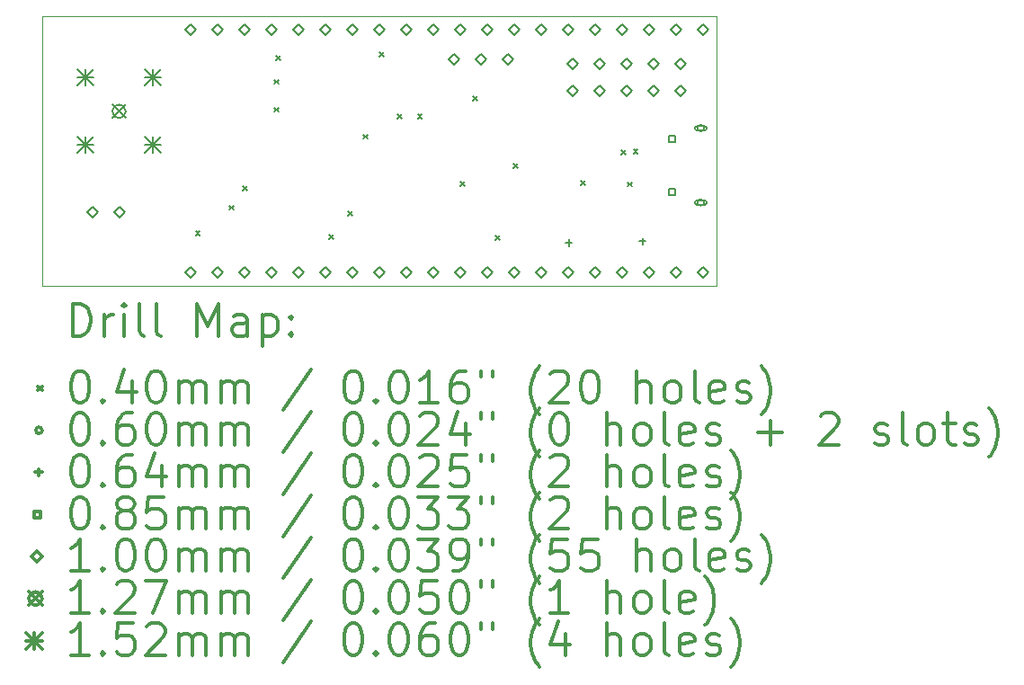
<source format=gbr>
%FSLAX45Y45*%
G04 Gerber Fmt 4.5, Leading zero omitted, Abs format (unit mm)*
G04 Created by KiCad (PCBNEW (5.1.5-0)) date 2020-02-13 07:58:38*
%MOMM*%
%LPD*%
G04 APERTURE LIST*
%TA.AperFunction,Profile*%
%ADD10C,0.050000*%
%TD*%
%ADD11C,0.200000*%
%ADD12C,0.300000*%
G04 APERTURE END LIST*
D10*
X14351000Y-5969000D02*
X14605000Y-5969000D01*
X14351000Y-8509000D02*
X14351000Y-5969000D01*
X14478000Y-8509000D02*
X14351000Y-8509000D01*
X14478000Y-5969000D02*
X20701000Y-5969000D01*
X20701000Y-8509000D02*
X14478000Y-8509000D01*
X20701000Y-5969000D02*
X20701000Y-8509000D01*
D11*
X15795013Y-7989171D02*
X15835013Y-8029171D01*
X15835013Y-7989171D02*
X15795013Y-8029171D01*
X16114080Y-7750368D02*
X16154080Y-7790368D01*
X16154080Y-7750368D02*
X16114080Y-7790368D01*
X16240064Y-7570536D02*
X16280064Y-7610536D01*
X16280064Y-7570536D02*
X16240064Y-7610536D01*
X16531910Y-6826570D02*
X16571910Y-6866570D01*
X16571910Y-6826570D02*
X16531910Y-6866570D01*
X16532848Y-6564242D02*
X16572848Y-6604242D01*
X16572848Y-6564242D02*
X16532848Y-6604242D01*
X16550960Y-6340160D02*
X16590960Y-6380160D01*
X16590960Y-6340160D02*
X16550960Y-6380160D01*
X17048800Y-8022910D02*
X17088800Y-8062910D01*
X17088800Y-8022910D02*
X17048800Y-8062910D01*
X17230410Y-7804470D02*
X17270410Y-7844470D01*
X17270410Y-7804470D02*
X17230410Y-7844470D01*
X17372396Y-7080824D02*
X17412396Y-7120824D01*
X17412396Y-7080824D02*
X17372396Y-7120824D01*
X17523272Y-6306378D02*
X17563272Y-6346378D01*
X17563272Y-6306378D02*
X17523272Y-6346378D01*
X17695484Y-6891340D02*
X17735484Y-6931340D01*
X17735484Y-6891340D02*
X17695484Y-6931340D01*
X17884968Y-6891340D02*
X17924968Y-6931340D01*
X17924968Y-6891340D02*
X17884968Y-6931340D01*
X18287812Y-7526340D02*
X18327812Y-7566340D01*
X18327812Y-7526340D02*
X18287812Y-7566340D01*
X18403636Y-6722684D02*
X18443636Y-6762684D01*
X18443636Y-6722684D02*
X18403636Y-6762684D01*
X18619028Y-8035864D02*
X18659028Y-8075864D01*
X18659028Y-8035864D02*
X18619028Y-8075864D01*
X18784890Y-7357430D02*
X18824890Y-7397430D01*
X18824890Y-7357430D02*
X18784890Y-7397430D01*
X19419890Y-7519990D02*
X19459890Y-7559990D01*
X19459890Y-7519990D02*
X19419890Y-7559990D01*
X19804700Y-7230176D02*
X19844700Y-7270176D01*
X19844700Y-7230176D02*
X19804700Y-7270176D01*
X19860580Y-7529642D02*
X19900580Y-7569642D01*
X19900580Y-7529642D02*
X19860580Y-7569642D01*
X19916460Y-7222048D02*
X19956460Y-7262048D01*
X19956460Y-7222048D02*
X19916460Y-7262048D01*
X20581140Y-7022164D02*
G75*
G03X20581140Y-7022164I-30000J0D01*
G01*
X20516140Y-7042164D02*
X20586140Y-7042164D01*
X20516140Y-7002164D02*
X20586140Y-7002164D01*
X20586140Y-7042164D02*
G75*
G03X20586140Y-7002164I0J20000D01*
G01*
X20516140Y-7002164D02*
G75*
G03X20516140Y-7042164I0J-20000D01*
G01*
X20581140Y-7722164D02*
G75*
G03X20581140Y-7722164I-30000J0D01*
G01*
X20586140Y-7702164D02*
X20516140Y-7702164D01*
X20586140Y-7742164D02*
X20516140Y-7742164D01*
X20516140Y-7702164D02*
G75*
G03X20516140Y-7742164I0J-20000D01*
G01*
X20586140Y-7742164D02*
G75*
G03X20586140Y-7702164I0J20000D01*
G01*
X20002500Y-8054340D02*
X20002500Y-8117840D01*
X19970750Y-8086090D02*
X20034250Y-8086090D01*
X19308064Y-8068564D02*
X19308064Y-8132064D01*
X19276314Y-8100314D02*
X19339814Y-8100314D01*
X20311192Y-7152216D02*
X20311192Y-7092112D01*
X20251088Y-7092112D01*
X20251088Y-7152216D01*
X20311192Y-7152216D01*
X20311192Y-7652216D02*
X20311192Y-7592112D01*
X20251088Y-7592112D01*
X20251088Y-7652216D01*
X20311192Y-7652216D01*
X14820900Y-7861770D02*
X14870900Y-7811770D01*
X14820900Y-7761770D01*
X14770900Y-7811770D01*
X14820900Y-7861770D01*
X15074900Y-7861770D02*
X15124900Y-7811770D01*
X15074900Y-7761770D01*
X15024900Y-7811770D01*
X15074900Y-7861770D01*
X15748000Y-6146000D02*
X15798000Y-6096000D01*
X15748000Y-6046000D01*
X15698000Y-6096000D01*
X15748000Y-6146000D01*
X16002000Y-6146000D02*
X16052000Y-6096000D01*
X16002000Y-6046000D01*
X15952000Y-6096000D01*
X16002000Y-6146000D01*
X16256000Y-6146000D02*
X16306000Y-6096000D01*
X16256000Y-6046000D01*
X16206000Y-6096000D01*
X16256000Y-6146000D01*
X16510000Y-6146000D02*
X16560000Y-6096000D01*
X16510000Y-6046000D01*
X16460000Y-6096000D01*
X16510000Y-6146000D01*
X16764000Y-6146000D02*
X16814000Y-6096000D01*
X16764000Y-6046000D01*
X16714000Y-6096000D01*
X16764000Y-6146000D01*
X17018000Y-6146000D02*
X17068000Y-6096000D01*
X17018000Y-6046000D01*
X16968000Y-6096000D01*
X17018000Y-6146000D01*
X17272000Y-6146000D02*
X17322000Y-6096000D01*
X17272000Y-6046000D01*
X17222000Y-6096000D01*
X17272000Y-6146000D01*
X17526000Y-6146000D02*
X17576000Y-6096000D01*
X17526000Y-6046000D01*
X17476000Y-6096000D01*
X17526000Y-6146000D01*
X17780000Y-6146000D02*
X17830000Y-6096000D01*
X17780000Y-6046000D01*
X17730000Y-6096000D01*
X17780000Y-6146000D01*
X18034000Y-6146000D02*
X18084000Y-6096000D01*
X18034000Y-6046000D01*
X17984000Y-6096000D01*
X18034000Y-6146000D01*
X18288000Y-6146000D02*
X18338000Y-6096000D01*
X18288000Y-6046000D01*
X18238000Y-6096000D01*
X18288000Y-6146000D01*
X18542000Y-6146000D02*
X18592000Y-6096000D01*
X18542000Y-6046000D01*
X18492000Y-6096000D01*
X18542000Y-6146000D01*
X18796000Y-6146000D02*
X18846000Y-6096000D01*
X18796000Y-6046000D01*
X18746000Y-6096000D01*
X18796000Y-6146000D01*
X19050000Y-6146000D02*
X19100000Y-6096000D01*
X19050000Y-6046000D01*
X19000000Y-6096000D01*
X19050000Y-6146000D01*
X19304000Y-6146000D02*
X19354000Y-6096000D01*
X19304000Y-6046000D01*
X19254000Y-6096000D01*
X19304000Y-6146000D01*
X19558000Y-6146000D02*
X19608000Y-6096000D01*
X19558000Y-6046000D01*
X19508000Y-6096000D01*
X19558000Y-6146000D01*
X19812000Y-6146000D02*
X19862000Y-6096000D01*
X19812000Y-6046000D01*
X19762000Y-6096000D01*
X19812000Y-6146000D01*
X20066000Y-6146000D02*
X20116000Y-6096000D01*
X20066000Y-6046000D01*
X20016000Y-6096000D01*
X20066000Y-6146000D01*
X20320000Y-6146000D02*
X20370000Y-6096000D01*
X20320000Y-6046000D01*
X20270000Y-6096000D01*
X20320000Y-6146000D01*
X20574000Y-6146000D02*
X20624000Y-6096000D01*
X20574000Y-6046000D01*
X20524000Y-6096000D01*
X20574000Y-6146000D01*
X19343370Y-6464770D02*
X19393370Y-6414770D01*
X19343370Y-6364770D01*
X19293370Y-6414770D01*
X19343370Y-6464770D01*
X19343370Y-6718770D02*
X19393370Y-6668770D01*
X19343370Y-6618770D01*
X19293370Y-6668770D01*
X19343370Y-6718770D01*
X19597370Y-6464770D02*
X19647370Y-6414770D01*
X19597370Y-6364770D01*
X19547370Y-6414770D01*
X19597370Y-6464770D01*
X19597370Y-6718770D02*
X19647370Y-6668770D01*
X19597370Y-6618770D01*
X19547370Y-6668770D01*
X19597370Y-6718770D01*
X19851370Y-6464770D02*
X19901370Y-6414770D01*
X19851370Y-6364770D01*
X19801370Y-6414770D01*
X19851370Y-6464770D01*
X19851370Y-6718770D02*
X19901370Y-6668770D01*
X19851370Y-6618770D01*
X19801370Y-6668770D01*
X19851370Y-6718770D01*
X20105370Y-6464770D02*
X20155370Y-6414770D01*
X20105370Y-6364770D01*
X20055370Y-6414770D01*
X20105370Y-6464770D01*
X20105370Y-6718770D02*
X20155370Y-6668770D01*
X20105370Y-6618770D01*
X20055370Y-6668770D01*
X20105370Y-6718770D01*
X20359370Y-6464770D02*
X20409370Y-6414770D01*
X20359370Y-6364770D01*
X20309370Y-6414770D01*
X20359370Y-6464770D01*
X20359370Y-6718770D02*
X20409370Y-6668770D01*
X20359370Y-6618770D01*
X20309370Y-6668770D01*
X20359370Y-6718770D01*
X18224500Y-6425400D02*
X18274500Y-6375400D01*
X18224500Y-6325400D01*
X18174500Y-6375400D01*
X18224500Y-6425400D01*
X18478500Y-6425400D02*
X18528500Y-6375400D01*
X18478500Y-6325400D01*
X18428500Y-6375400D01*
X18478500Y-6425400D01*
X18732500Y-6425400D02*
X18782500Y-6375400D01*
X18732500Y-6325400D01*
X18682500Y-6375400D01*
X18732500Y-6425400D01*
X15748000Y-8432000D02*
X15798000Y-8382000D01*
X15748000Y-8332000D01*
X15698000Y-8382000D01*
X15748000Y-8432000D01*
X16002000Y-8432000D02*
X16052000Y-8382000D01*
X16002000Y-8332000D01*
X15952000Y-8382000D01*
X16002000Y-8432000D01*
X16256000Y-8432000D02*
X16306000Y-8382000D01*
X16256000Y-8332000D01*
X16206000Y-8382000D01*
X16256000Y-8432000D01*
X16510000Y-8432000D02*
X16560000Y-8382000D01*
X16510000Y-8332000D01*
X16460000Y-8382000D01*
X16510000Y-8432000D01*
X16764000Y-8432000D02*
X16814000Y-8382000D01*
X16764000Y-8332000D01*
X16714000Y-8382000D01*
X16764000Y-8432000D01*
X17018000Y-8432000D02*
X17068000Y-8382000D01*
X17018000Y-8332000D01*
X16968000Y-8382000D01*
X17018000Y-8432000D01*
X17272000Y-8432000D02*
X17322000Y-8382000D01*
X17272000Y-8332000D01*
X17222000Y-8382000D01*
X17272000Y-8432000D01*
X17526000Y-8432000D02*
X17576000Y-8382000D01*
X17526000Y-8332000D01*
X17476000Y-8382000D01*
X17526000Y-8432000D01*
X17780000Y-8432000D02*
X17830000Y-8382000D01*
X17780000Y-8332000D01*
X17730000Y-8382000D01*
X17780000Y-8432000D01*
X18034000Y-8432000D02*
X18084000Y-8382000D01*
X18034000Y-8332000D01*
X17984000Y-8382000D01*
X18034000Y-8432000D01*
X18288000Y-8432000D02*
X18338000Y-8382000D01*
X18288000Y-8332000D01*
X18238000Y-8382000D01*
X18288000Y-8432000D01*
X18542000Y-8432000D02*
X18592000Y-8382000D01*
X18542000Y-8332000D01*
X18492000Y-8382000D01*
X18542000Y-8432000D01*
X18796000Y-8432000D02*
X18846000Y-8382000D01*
X18796000Y-8332000D01*
X18746000Y-8382000D01*
X18796000Y-8432000D01*
X19050000Y-8432000D02*
X19100000Y-8382000D01*
X19050000Y-8332000D01*
X19000000Y-8382000D01*
X19050000Y-8432000D01*
X19304000Y-8432000D02*
X19354000Y-8382000D01*
X19304000Y-8332000D01*
X19254000Y-8382000D01*
X19304000Y-8432000D01*
X19558000Y-8432000D02*
X19608000Y-8382000D01*
X19558000Y-8332000D01*
X19508000Y-8382000D01*
X19558000Y-8432000D01*
X19812000Y-8432000D02*
X19862000Y-8382000D01*
X19812000Y-8332000D01*
X19762000Y-8382000D01*
X19812000Y-8432000D01*
X20066000Y-8432000D02*
X20116000Y-8382000D01*
X20066000Y-8332000D01*
X20016000Y-8382000D01*
X20066000Y-8432000D01*
X20320000Y-8432000D02*
X20370000Y-8382000D01*
X20320000Y-8332000D01*
X20270000Y-8382000D01*
X20320000Y-8432000D01*
X20574000Y-8432000D02*
X20624000Y-8382000D01*
X20574000Y-8332000D01*
X20524000Y-8382000D01*
X20574000Y-8432000D01*
X15008860Y-6799580D02*
X15135860Y-6926580D01*
X15135860Y-6799580D02*
X15008860Y-6926580D01*
X15135860Y-6863080D02*
G75*
G03X15135860Y-6863080I-63500J0D01*
G01*
X14678660Y-6469380D02*
X14831060Y-6621780D01*
X14831060Y-6469380D02*
X14678660Y-6621780D01*
X14754860Y-6469380D02*
X14754860Y-6621780D01*
X14678660Y-6545580D02*
X14831060Y-6545580D01*
X14678660Y-7104380D02*
X14831060Y-7256780D01*
X14831060Y-7104380D02*
X14678660Y-7256780D01*
X14754860Y-7104380D02*
X14754860Y-7256780D01*
X14678660Y-7180580D02*
X14831060Y-7180580D01*
X15313660Y-6469380D02*
X15466060Y-6621780D01*
X15466060Y-6469380D02*
X15313660Y-6621780D01*
X15389860Y-6469380D02*
X15389860Y-6621780D01*
X15313660Y-6545580D02*
X15466060Y-6545580D01*
X15313660Y-7104380D02*
X15466060Y-7256780D01*
X15466060Y-7104380D02*
X15313660Y-7256780D01*
X15389860Y-7104380D02*
X15389860Y-7256780D01*
X15313660Y-7180580D02*
X15466060Y-7180580D01*
D12*
X14634928Y-8977214D02*
X14634928Y-8677214D01*
X14706357Y-8677214D01*
X14749214Y-8691500D01*
X14777786Y-8720072D01*
X14792071Y-8748643D01*
X14806357Y-8805786D01*
X14806357Y-8848643D01*
X14792071Y-8905786D01*
X14777786Y-8934357D01*
X14749214Y-8962929D01*
X14706357Y-8977214D01*
X14634928Y-8977214D01*
X14934928Y-8977214D02*
X14934928Y-8777214D01*
X14934928Y-8834357D02*
X14949214Y-8805786D01*
X14963500Y-8791500D01*
X14992071Y-8777214D01*
X15020643Y-8777214D01*
X15120643Y-8977214D02*
X15120643Y-8777214D01*
X15120643Y-8677214D02*
X15106357Y-8691500D01*
X15120643Y-8705786D01*
X15134928Y-8691500D01*
X15120643Y-8677214D01*
X15120643Y-8705786D01*
X15306357Y-8977214D02*
X15277786Y-8962929D01*
X15263500Y-8934357D01*
X15263500Y-8677214D01*
X15463500Y-8977214D02*
X15434928Y-8962929D01*
X15420643Y-8934357D01*
X15420643Y-8677214D01*
X15806357Y-8977214D02*
X15806357Y-8677214D01*
X15906357Y-8891500D01*
X16006357Y-8677214D01*
X16006357Y-8977214D01*
X16277786Y-8977214D02*
X16277786Y-8820072D01*
X16263500Y-8791500D01*
X16234928Y-8777214D01*
X16177786Y-8777214D01*
X16149214Y-8791500D01*
X16277786Y-8962929D02*
X16249214Y-8977214D01*
X16177786Y-8977214D01*
X16149214Y-8962929D01*
X16134928Y-8934357D01*
X16134928Y-8905786D01*
X16149214Y-8877214D01*
X16177786Y-8862929D01*
X16249214Y-8862929D01*
X16277786Y-8848643D01*
X16420643Y-8777214D02*
X16420643Y-9077214D01*
X16420643Y-8791500D02*
X16449214Y-8777214D01*
X16506357Y-8777214D01*
X16534928Y-8791500D01*
X16549214Y-8805786D01*
X16563500Y-8834357D01*
X16563500Y-8920072D01*
X16549214Y-8948643D01*
X16534928Y-8962929D01*
X16506357Y-8977214D01*
X16449214Y-8977214D01*
X16420643Y-8962929D01*
X16692071Y-8948643D02*
X16706357Y-8962929D01*
X16692071Y-8977214D01*
X16677786Y-8962929D01*
X16692071Y-8948643D01*
X16692071Y-8977214D01*
X16692071Y-8791500D02*
X16706357Y-8805786D01*
X16692071Y-8820072D01*
X16677786Y-8805786D01*
X16692071Y-8791500D01*
X16692071Y-8820072D01*
X14308500Y-9451500D02*
X14348500Y-9491500D01*
X14348500Y-9451500D02*
X14308500Y-9491500D01*
X14692071Y-9307214D02*
X14720643Y-9307214D01*
X14749214Y-9321500D01*
X14763500Y-9335786D01*
X14777786Y-9364357D01*
X14792071Y-9421500D01*
X14792071Y-9492929D01*
X14777786Y-9550072D01*
X14763500Y-9578643D01*
X14749214Y-9592929D01*
X14720643Y-9607214D01*
X14692071Y-9607214D01*
X14663500Y-9592929D01*
X14649214Y-9578643D01*
X14634928Y-9550072D01*
X14620643Y-9492929D01*
X14620643Y-9421500D01*
X14634928Y-9364357D01*
X14649214Y-9335786D01*
X14663500Y-9321500D01*
X14692071Y-9307214D01*
X14920643Y-9578643D02*
X14934928Y-9592929D01*
X14920643Y-9607214D01*
X14906357Y-9592929D01*
X14920643Y-9578643D01*
X14920643Y-9607214D01*
X15192071Y-9407214D02*
X15192071Y-9607214D01*
X15120643Y-9292929D02*
X15049214Y-9507214D01*
X15234928Y-9507214D01*
X15406357Y-9307214D02*
X15434928Y-9307214D01*
X15463500Y-9321500D01*
X15477786Y-9335786D01*
X15492071Y-9364357D01*
X15506357Y-9421500D01*
X15506357Y-9492929D01*
X15492071Y-9550072D01*
X15477786Y-9578643D01*
X15463500Y-9592929D01*
X15434928Y-9607214D01*
X15406357Y-9607214D01*
X15377786Y-9592929D01*
X15363500Y-9578643D01*
X15349214Y-9550072D01*
X15334928Y-9492929D01*
X15334928Y-9421500D01*
X15349214Y-9364357D01*
X15363500Y-9335786D01*
X15377786Y-9321500D01*
X15406357Y-9307214D01*
X15634928Y-9607214D02*
X15634928Y-9407214D01*
X15634928Y-9435786D02*
X15649214Y-9421500D01*
X15677786Y-9407214D01*
X15720643Y-9407214D01*
X15749214Y-9421500D01*
X15763500Y-9450072D01*
X15763500Y-9607214D01*
X15763500Y-9450072D02*
X15777786Y-9421500D01*
X15806357Y-9407214D01*
X15849214Y-9407214D01*
X15877786Y-9421500D01*
X15892071Y-9450072D01*
X15892071Y-9607214D01*
X16034928Y-9607214D02*
X16034928Y-9407214D01*
X16034928Y-9435786D02*
X16049214Y-9421500D01*
X16077786Y-9407214D01*
X16120643Y-9407214D01*
X16149214Y-9421500D01*
X16163500Y-9450072D01*
X16163500Y-9607214D01*
X16163500Y-9450072D02*
X16177786Y-9421500D01*
X16206357Y-9407214D01*
X16249214Y-9407214D01*
X16277786Y-9421500D01*
X16292071Y-9450072D01*
X16292071Y-9607214D01*
X16877786Y-9292929D02*
X16620643Y-9678643D01*
X17263500Y-9307214D02*
X17292071Y-9307214D01*
X17320643Y-9321500D01*
X17334928Y-9335786D01*
X17349214Y-9364357D01*
X17363500Y-9421500D01*
X17363500Y-9492929D01*
X17349214Y-9550072D01*
X17334928Y-9578643D01*
X17320643Y-9592929D01*
X17292071Y-9607214D01*
X17263500Y-9607214D01*
X17234928Y-9592929D01*
X17220643Y-9578643D01*
X17206357Y-9550072D01*
X17192071Y-9492929D01*
X17192071Y-9421500D01*
X17206357Y-9364357D01*
X17220643Y-9335786D01*
X17234928Y-9321500D01*
X17263500Y-9307214D01*
X17492071Y-9578643D02*
X17506357Y-9592929D01*
X17492071Y-9607214D01*
X17477786Y-9592929D01*
X17492071Y-9578643D01*
X17492071Y-9607214D01*
X17692071Y-9307214D02*
X17720643Y-9307214D01*
X17749214Y-9321500D01*
X17763500Y-9335786D01*
X17777786Y-9364357D01*
X17792071Y-9421500D01*
X17792071Y-9492929D01*
X17777786Y-9550072D01*
X17763500Y-9578643D01*
X17749214Y-9592929D01*
X17720643Y-9607214D01*
X17692071Y-9607214D01*
X17663500Y-9592929D01*
X17649214Y-9578643D01*
X17634928Y-9550072D01*
X17620643Y-9492929D01*
X17620643Y-9421500D01*
X17634928Y-9364357D01*
X17649214Y-9335786D01*
X17663500Y-9321500D01*
X17692071Y-9307214D01*
X18077786Y-9607214D02*
X17906357Y-9607214D01*
X17992071Y-9607214D02*
X17992071Y-9307214D01*
X17963500Y-9350072D01*
X17934928Y-9378643D01*
X17906357Y-9392929D01*
X18334928Y-9307214D02*
X18277786Y-9307214D01*
X18249214Y-9321500D01*
X18234928Y-9335786D01*
X18206357Y-9378643D01*
X18192071Y-9435786D01*
X18192071Y-9550072D01*
X18206357Y-9578643D01*
X18220643Y-9592929D01*
X18249214Y-9607214D01*
X18306357Y-9607214D01*
X18334928Y-9592929D01*
X18349214Y-9578643D01*
X18363500Y-9550072D01*
X18363500Y-9478643D01*
X18349214Y-9450072D01*
X18334928Y-9435786D01*
X18306357Y-9421500D01*
X18249214Y-9421500D01*
X18220643Y-9435786D01*
X18206357Y-9450072D01*
X18192071Y-9478643D01*
X18477786Y-9307214D02*
X18477786Y-9364357D01*
X18592071Y-9307214D02*
X18592071Y-9364357D01*
X19034928Y-9721500D02*
X19020643Y-9707214D01*
X18992071Y-9664357D01*
X18977786Y-9635786D01*
X18963500Y-9592929D01*
X18949214Y-9521500D01*
X18949214Y-9464357D01*
X18963500Y-9392929D01*
X18977786Y-9350072D01*
X18992071Y-9321500D01*
X19020643Y-9278643D01*
X19034928Y-9264357D01*
X19134928Y-9335786D02*
X19149214Y-9321500D01*
X19177786Y-9307214D01*
X19249214Y-9307214D01*
X19277786Y-9321500D01*
X19292071Y-9335786D01*
X19306357Y-9364357D01*
X19306357Y-9392929D01*
X19292071Y-9435786D01*
X19120643Y-9607214D01*
X19306357Y-9607214D01*
X19492071Y-9307214D02*
X19520643Y-9307214D01*
X19549214Y-9321500D01*
X19563500Y-9335786D01*
X19577786Y-9364357D01*
X19592071Y-9421500D01*
X19592071Y-9492929D01*
X19577786Y-9550072D01*
X19563500Y-9578643D01*
X19549214Y-9592929D01*
X19520643Y-9607214D01*
X19492071Y-9607214D01*
X19463500Y-9592929D01*
X19449214Y-9578643D01*
X19434928Y-9550072D01*
X19420643Y-9492929D01*
X19420643Y-9421500D01*
X19434928Y-9364357D01*
X19449214Y-9335786D01*
X19463500Y-9321500D01*
X19492071Y-9307214D01*
X19949214Y-9607214D02*
X19949214Y-9307214D01*
X20077786Y-9607214D02*
X20077786Y-9450072D01*
X20063500Y-9421500D01*
X20034928Y-9407214D01*
X19992071Y-9407214D01*
X19963500Y-9421500D01*
X19949214Y-9435786D01*
X20263500Y-9607214D02*
X20234928Y-9592929D01*
X20220643Y-9578643D01*
X20206357Y-9550072D01*
X20206357Y-9464357D01*
X20220643Y-9435786D01*
X20234928Y-9421500D01*
X20263500Y-9407214D01*
X20306357Y-9407214D01*
X20334928Y-9421500D01*
X20349214Y-9435786D01*
X20363500Y-9464357D01*
X20363500Y-9550072D01*
X20349214Y-9578643D01*
X20334928Y-9592929D01*
X20306357Y-9607214D01*
X20263500Y-9607214D01*
X20534928Y-9607214D02*
X20506357Y-9592929D01*
X20492071Y-9564357D01*
X20492071Y-9307214D01*
X20763500Y-9592929D02*
X20734928Y-9607214D01*
X20677786Y-9607214D01*
X20649214Y-9592929D01*
X20634928Y-9564357D01*
X20634928Y-9450072D01*
X20649214Y-9421500D01*
X20677786Y-9407214D01*
X20734928Y-9407214D01*
X20763500Y-9421500D01*
X20777786Y-9450072D01*
X20777786Y-9478643D01*
X20634928Y-9507214D01*
X20892071Y-9592929D02*
X20920643Y-9607214D01*
X20977786Y-9607214D01*
X21006357Y-9592929D01*
X21020643Y-9564357D01*
X21020643Y-9550072D01*
X21006357Y-9521500D01*
X20977786Y-9507214D01*
X20934928Y-9507214D01*
X20906357Y-9492929D01*
X20892071Y-9464357D01*
X20892071Y-9450072D01*
X20906357Y-9421500D01*
X20934928Y-9407214D01*
X20977786Y-9407214D01*
X21006357Y-9421500D01*
X21120643Y-9721500D02*
X21134928Y-9707214D01*
X21163500Y-9664357D01*
X21177786Y-9635786D01*
X21192071Y-9592929D01*
X21206357Y-9521500D01*
X21206357Y-9464357D01*
X21192071Y-9392929D01*
X21177786Y-9350072D01*
X21163500Y-9321500D01*
X21134928Y-9278643D01*
X21120643Y-9264357D01*
X14348500Y-9867500D02*
G75*
G03X14348500Y-9867500I-30000J0D01*
G01*
X14692071Y-9703214D02*
X14720643Y-9703214D01*
X14749214Y-9717500D01*
X14763500Y-9731786D01*
X14777786Y-9760357D01*
X14792071Y-9817500D01*
X14792071Y-9888929D01*
X14777786Y-9946072D01*
X14763500Y-9974643D01*
X14749214Y-9988929D01*
X14720643Y-10003214D01*
X14692071Y-10003214D01*
X14663500Y-9988929D01*
X14649214Y-9974643D01*
X14634928Y-9946072D01*
X14620643Y-9888929D01*
X14620643Y-9817500D01*
X14634928Y-9760357D01*
X14649214Y-9731786D01*
X14663500Y-9717500D01*
X14692071Y-9703214D01*
X14920643Y-9974643D02*
X14934928Y-9988929D01*
X14920643Y-10003214D01*
X14906357Y-9988929D01*
X14920643Y-9974643D01*
X14920643Y-10003214D01*
X15192071Y-9703214D02*
X15134928Y-9703214D01*
X15106357Y-9717500D01*
X15092071Y-9731786D01*
X15063500Y-9774643D01*
X15049214Y-9831786D01*
X15049214Y-9946072D01*
X15063500Y-9974643D01*
X15077786Y-9988929D01*
X15106357Y-10003214D01*
X15163500Y-10003214D01*
X15192071Y-9988929D01*
X15206357Y-9974643D01*
X15220643Y-9946072D01*
X15220643Y-9874643D01*
X15206357Y-9846072D01*
X15192071Y-9831786D01*
X15163500Y-9817500D01*
X15106357Y-9817500D01*
X15077786Y-9831786D01*
X15063500Y-9846072D01*
X15049214Y-9874643D01*
X15406357Y-9703214D02*
X15434928Y-9703214D01*
X15463500Y-9717500D01*
X15477786Y-9731786D01*
X15492071Y-9760357D01*
X15506357Y-9817500D01*
X15506357Y-9888929D01*
X15492071Y-9946072D01*
X15477786Y-9974643D01*
X15463500Y-9988929D01*
X15434928Y-10003214D01*
X15406357Y-10003214D01*
X15377786Y-9988929D01*
X15363500Y-9974643D01*
X15349214Y-9946072D01*
X15334928Y-9888929D01*
X15334928Y-9817500D01*
X15349214Y-9760357D01*
X15363500Y-9731786D01*
X15377786Y-9717500D01*
X15406357Y-9703214D01*
X15634928Y-10003214D02*
X15634928Y-9803214D01*
X15634928Y-9831786D02*
X15649214Y-9817500D01*
X15677786Y-9803214D01*
X15720643Y-9803214D01*
X15749214Y-9817500D01*
X15763500Y-9846072D01*
X15763500Y-10003214D01*
X15763500Y-9846072D02*
X15777786Y-9817500D01*
X15806357Y-9803214D01*
X15849214Y-9803214D01*
X15877786Y-9817500D01*
X15892071Y-9846072D01*
X15892071Y-10003214D01*
X16034928Y-10003214D02*
X16034928Y-9803214D01*
X16034928Y-9831786D02*
X16049214Y-9817500D01*
X16077786Y-9803214D01*
X16120643Y-9803214D01*
X16149214Y-9817500D01*
X16163500Y-9846072D01*
X16163500Y-10003214D01*
X16163500Y-9846072D02*
X16177786Y-9817500D01*
X16206357Y-9803214D01*
X16249214Y-9803214D01*
X16277786Y-9817500D01*
X16292071Y-9846072D01*
X16292071Y-10003214D01*
X16877786Y-9688929D02*
X16620643Y-10074643D01*
X17263500Y-9703214D02*
X17292071Y-9703214D01*
X17320643Y-9717500D01*
X17334928Y-9731786D01*
X17349214Y-9760357D01*
X17363500Y-9817500D01*
X17363500Y-9888929D01*
X17349214Y-9946072D01*
X17334928Y-9974643D01*
X17320643Y-9988929D01*
X17292071Y-10003214D01*
X17263500Y-10003214D01*
X17234928Y-9988929D01*
X17220643Y-9974643D01*
X17206357Y-9946072D01*
X17192071Y-9888929D01*
X17192071Y-9817500D01*
X17206357Y-9760357D01*
X17220643Y-9731786D01*
X17234928Y-9717500D01*
X17263500Y-9703214D01*
X17492071Y-9974643D02*
X17506357Y-9988929D01*
X17492071Y-10003214D01*
X17477786Y-9988929D01*
X17492071Y-9974643D01*
X17492071Y-10003214D01*
X17692071Y-9703214D02*
X17720643Y-9703214D01*
X17749214Y-9717500D01*
X17763500Y-9731786D01*
X17777786Y-9760357D01*
X17792071Y-9817500D01*
X17792071Y-9888929D01*
X17777786Y-9946072D01*
X17763500Y-9974643D01*
X17749214Y-9988929D01*
X17720643Y-10003214D01*
X17692071Y-10003214D01*
X17663500Y-9988929D01*
X17649214Y-9974643D01*
X17634928Y-9946072D01*
X17620643Y-9888929D01*
X17620643Y-9817500D01*
X17634928Y-9760357D01*
X17649214Y-9731786D01*
X17663500Y-9717500D01*
X17692071Y-9703214D01*
X17906357Y-9731786D02*
X17920643Y-9717500D01*
X17949214Y-9703214D01*
X18020643Y-9703214D01*
X18049214Y-9717500D01*
X18063500Y-9731786D01*
X18077786Y-9760357D01*
X18077786Y-9788929D01*
X18063500Y-9831786D01*
X17892071Y-10003214D01*
X18077786Y-10003214D01*
X18334928Y-9803214D02*
X18334928Y-10003214D01*
X18263500Y-9688929D02*
X18192071Y-9903214D01*
X18377786Y-9903214D01*
X18477786Y-9703214D02*
X18477786Y-9760357D01*
X18592071Y-9703214D02*
X18592071Y-9760357D01*
X19034928Y-10117500D02*
X19020643Y-10103214D01*
X18992071Y-10060357D01*
X18977786Y-10031786D01*
X18963500Y-9988929D01*
X18949214Y-9917500D01*
X18949214Y-9860357D01*
X18963500Y-9788929D01*
X18977786Y-9746072D01*
X18992071Y-9717500D01*
X19020643Y-9674643D01*
X19034928Y-9660357D01*
X19206357Y-9703214D02*
X19234928Y-9703214D01*
X19263500Y-9717500D01*
X19277786Y-9731786D01*
X19292071Y-9760357D01*
X19306357Y-9817500D01*
X19306357Y-9888929D01*
X19292071Y-9946072D01*
X19277786Y-9974643D01*
X19263500Y-9988929D01*
X19234928Y-10003214D01*
X19206357Y-10003214D01*
X19177786Y-9988929D01*
X19163500Y-9974643D01*
X19149214Y-9946072D01*
X19134928Y-9888929D01*
X19134928Y-9817500D01*
X19149214Y-9760357D01*
X19163500Y-9731786D01*
X19177786Y-9717500D01*
X19206357Y-9703214D01*
X19663500Y-10003214D02*
X19663500Y-9703214D01*
X19792071Y-10003214D02*
X19792071Y-9846072D01*
X19777786Y-9817500D01*
X19749214Y-9803214D01*
X19706357Y-9803214D01*
X19677786Y-9817500D01*
X19663500Y-9831786D01*
X19977786Y-10003214D02*
X19949214Y-9988929D01*
X19934928Y-9974643D01*
X19920643Y-9946072D01*
X19920643Y-9860357D01*
X19934928Y-9831786D01*
X19949214Y-9817500D01*
X19977786Y-9803214D01*
X20020643Y-9803214D01*
X20049214Y-9817500D01*
X20063500Y-9831786D01*
X20077786Y-9860357D01*
X20077786Y-9946072D01*
X20063500Y-9974643D01*
X20049214Y-9988929D01*
X20020643Y-10003214D01*
X19977786Y-10003214D01*
X20249214Y-10003214D02*
X20220643Y-9988929D01*
X20206357Y-9960357D01*
X20206357Y-9703214D01*
X20477786Y-9988929D02*
X20449214Y-10003214D01*
X20392071Y-10003214D01*
X20363500Y-9988929D01*
X20349214Y-9960357D01*
X20349214Y-9846072D01*
X20363500Y-9817500D01*
X20392071Y-9803214D01*
X20449214Y-9803214D01*
X20477786Y-9817500D01*
X20492071Y-9846072D01*
X20492071Y-9874643D01*
X20349214Y-9903214D01*
X20606357Y-9988929D02*
X20634928Y-10003214D01*
X20692071Y-10003214D01*
X20720643Y-9988929D01*
X20734928Y-9960357D01*
X20734928Y-9946072D01*
X20720643Y-9917500D01*
X20692071Y-9903214D01*
X20649214Y-9903214D01*
X20620643Y-9888929D01*
X20606357Y-9860357D01*
X20606357Y-9846072D01*
X20620643Y-9817500D01*
X20649214Y-9803214D01*
X20692071Y-9803214D01*
X20720643Y-9817500D01*
X21092071Y-9888929D02*
X21320643Y-9888929D01*
X21206357Y-10003214D02*
X21206357Y-9774643D01*
X21677786Y-9731786D02*
X21692071Y-9717500D01*
X21720643Y-9703214D01*
X21792071Y-9703214D01*
X21820643Y-9717500D01*
X21834928Y-9731786D01*
X21849214Y-9760357D01*
X21849214Y-9788929D01*
X21834928Y-9831786D01*
X21663500Y-10003214D01*
X21849214Y-10003214D01*
X22192071Y-9988929D02*
X22220643Y-10003214D01*
X22277786Y-10003214D01*
X22306357Y-9988929D01*
X22320643Y-9960357D01*
X22320643Y-9946072D01*
X22306357Y-9917500D01*
X22277786Y-9903214D01*
X22234928Y-9903214D01*
X22206357Y-9888929D01*
X22192071Y-9860357D01*
X22192071Y-9846072D01*
X22206357Y-9817500D01*
X22234928Y-9803214D01*
X22277786Y-9803214D01*
X22306357Y-9817500D01*
X22492071Y-10003214D02*
X22463500Y-9988929D01*
X22449214Y-9960357D01*
X22449214Y-9703214D01*
X22649214Y-10003214D02*
X22620643Y-9988929D01*
X22606357Y-9974643D01*
X22592071Y-9946072D01*
X22592071Y-9860357D01*
X22606357Y-9831786D01*
X22620643Y-9817500D01*
X22649214Y-9803214D01*
X22692071Y-9803214D01*
X22720643Y-9817500D01*
X22734928Y-9831786D01*
X22749214Y-9860357D01*
X22749214Y-9946072D01*
X22734928Y-9974643D01*
X22720643Y-9988929D01*
X22692071Y-10003214D01*
X22649214Y-10003214D01*
X22834928Y-9803214D02*
X22949214Y-9803214D01*
X22877786Y-9703214D02*
X22877786Y-9960357D01*
X22892071Y-9988929D01*
X22920643Y-10003214D01*
X22949214Y-10003214D01*
X23034928Y-9988929D02*
X23063500Y-10003214D01*
X23120643Y-10003214D01*
X23149214Y-9988929D01*
X23163500Y-9960357D01*
X23163500Y-9946072D01*
X23149214Y-9917500D01*
X23120643Y-9903214D01*
X23077786Y-9903214D01*
X23049214Y-9888929D01*
X23034928Y-9860357D01*
X23034928Y-9846072D01*
X23049214Y-9817500D01*
X23077786Y-9803214D01*
X23120643Y-9803214D01*
X23149214Y-9817500D01*
X23263500Y-10117500D02*
X23277786Y-10103214D01*
X23306357Y-10060357D01*
X23320643Y-10031786D01*
X23334928Y-9988929D01*
X23349214Y-9917500D01*
X23349214Y-9860357D01*
X23334928Y-9788929D01*
X23320643Y-9746072D01*
X23306357Y-9717500D01*
X23277786Y-9674643D01*
X23263500Y-9660357D01*
X14316750Y-10231750D02*
X14316750Y-10295250D01*
X14285000Y-10263500D02*
X14348500Y-10263500D01*
X14692071Y-10099214D02*
X14720643Y-10099214D01*
X14749214Y-10113500D01*
X14763500Y-10127786D01*
X14777786Y-10156357D01*
X14792071Y-10213500D01*
X14792071Y-10284929D01*
X14777786Y-10342072D01*
X14763500Y-10370643D01*
X14749214Y-10384929D01*
X14720643Y-10399214D01*
X14692071Y-10399214D01*
X14663500Y-10384929D01*
X14649214Y-10370643D01*
X14634928Y-10342072D01*
X14620643Y-10284929D01*
X14620643Y-10213500D01*
X14634928Y-10156357D01*
X14649214Y-10127786D01*
X14663500Y-10113500D01*
X14692071Y-10099214D01*
X14920643Y-10370643D02*
X14934928Y-10384929D01*
X14920643Y-10399214D01*
X14906357Y-10384929D01*
X14920643Y-10370643D01*
X14920643Y-10399214D01*
X15192071Y-10099214D02*
X15134928Y-10099214D01*
X15106357Y-10113500D01*
X15092071Y-10127786D01*
X15063500Y-10170643D01*
X15049214Y-10227786D01*
X15049214Y-10342072D01*
X15063500Y-10370643D01*
X15077786Y-10384929D01*
X15106357Y-10399214D01*
X15163500Y-10399214D01*
X15192071Y-10384929D01*
X15206357Y-10370643D01*
X15220643Y-10342072D01*
X15220643Y-10270643D01*
X15206357Y-10242072D01*
X15192071Y-10227786D01*
X15163500Y-10213500D01*
X15106357Y-10213500D01*
X15077786Y-10227786D01*
X15063500Y-10242072D01*
X15049214Y-10270643D01*
X15477786Y-10199214D02*
X15477786Y-10399214D01*
X15406357Y-10084929D02*
X15334928Y-10299214D01*
X15520643Y-10299214D01*
X15634928Y-10399214D02*
X15634928Y-10199214D01*
X15634928Y-10227786D02*
X15649214Y-10213500D01*
X15677786Y-10199214D01*
X15720643Y-10199214D01*
X15749214Y-10213500D01*
X15763500Y-10242072D01*
X15763500Y-10399214D01*
X15763500Y-10242072D02*
X15777786Y-10213500D01*
X15806357Y-10199214D01*
X15849214Y-10199214D01*
X15877786Y-10213500D01*
X15892071Y-10242072D01*
X15892071Y-10399214D01*
X16034928Y-10399214D02*
X16034928Y-10199214D01*
X16034928Y-10227786D02*
X16049214Y-10213500D01*
X16077786Y-10199214D01*
X16120643Y-10199214D01*
X16149214Y-10213500D01*
X16163500Y-10242072D01*
X16163500Y-10399214D01*
X16163500Y-10242072D02*
X16177786Y-10213500D01*
X16206357Y-10199214D01*
X16249214Y-10199214D01*
X16277786Y-10213500D01*
X16292071Y-10242072D01*
X16292071Y-10399214D01*
X16877786Y-10084929D02*
X16620643Y-10470643D01*
X17263500Y-10099214D02*
X17292071Y-10099214D01*
X17320643Y-10113500D01*
X17334928Y-10127786D01*
X17349214Y-10156357D01*
X17363500Y-10213500D01*
X17363500Y-10284929D01*
X17349214Y-10342072D01*
X17334928Y-10370643D01*
X17320643Y-10384929D01*
X17292071Y-10399214D01*
X17263500Y-10399214D01*
X17234928Y-10384929D01*
X17220643Y-10370643D01*
X17206357Y-10342072D01*
X17192071Y-10284929D01*
X17192071Y-10213500D01*
X17206357Y-10156357D01*
X17220643Y-10127786D01*
X17234928Y-10113500D01*
X17263500Y-10099214D01*
X17492071Y-10370643D02*
X17506357Y-10384929D01*
X17492071Y-10399214D01*
X17477786Y-10384929D01*
X17492071Y-10370643D01*
X17492071Y-10399214D01*
X17692071Y-10099214D02*
X17720643Y-10099214D01*
X17749214Y-10113500D01*
X17763500Y-10127786D01*
X17777786Y-10156357D01*
X17792071Y-10213500D01*
X17792071Y-10284929D01*
X17777786Y-10342072D01*
X17763500Y-10370643D01*
X17749214Y-10384929D01*
X17720643Y-10399214D01*
X17692071Y-10399214D01*
X17663500Y-10384929D01*
X17649214Y-10370643D01*
X17634928Y-10342072D01*
X17620643Y-10284929D01*
X17620643Y-10213500D01*
X17634928Y-10156357D01*
X17649214Y-10127786D01*
X17663500Y-10113500D01*
X17692071Y-10099214D01*
X17906357Y-10127786D02*
X17920643Y-10113500D01*
X17949214Y-10099214D01*
X18020643Y-10099214D01*
X18049214Y-10113500D01*
X18063500Y-10127786D01*
X18077786Y-10156357D01*
X18077786Y-10184929D01*
X18063500Y-10227786D01*
X17892071Y-10399214D01*
X18077786Y-10399214D01*
X18349214Y-10099214D02*
X18206357Y-10099214D01*
X18192071Y-10242072D01*
X18206357Y-10227786D01*
X18234928Y-10213500D01*
X18306357Y-10213500D01*
X18334928Y-10227786D01*
X18349214Y-10242072D01*
X18363500Y-10270643D01*
X18363500Y-10342072D01*
X18349214Y-10370643D01*
X18334928Y-10384929D01*
X18306357Y-10399214D01*
X18234928Y-10399214D01*
X18206357Y-10384929D01*
X18192071Y-10370643D01*
X18477786Y-10099214D02*
X18477786Y-10156357D01*
X18592071Y-10099214D02*
X18592071Y-10156357D01*
X19034928Y-10513500D02*
X19020643Y-10499214D01*
X18992071Y-10456357D01*
X18977786Y-10427786D01*
X18963500Y-10384929D01*
X18949214Y-10313500D01*
X18949214Y-10256357D01*
X18963500Y-10184929D01*
X18977786Y-10142072D01*
X18992071Y-10113500D01*
X19020643Y-10070643D01*
X19034928Y-10056357D01*
X19134928Y-10127786D02*
X19149214Y-10113500D01*
X19177786Y-10099214D01*
X19249214Y-10099214D01*
X19277786Y-10113500D01*
X19292071Y-10127786D01*
X19306357Y-10156357D01*
X19306357Y-10184929D01*
X19292071Y-10227786D01*
X19120643Y-10399214D01*
X19306357Y-10399214D01*
X19663500Y-10399214D02*
X19663500Y-10099214D01*
X19792071Y-10399214D02*
X19792071Y-10242072D01*
X19777786Y-10213500D01*
X19749214Y-10199214D01*
X19706357Y-10199214D01*
X19677786Y-10213500D01*
X19663500Y-10227786D01*
X19977786Y-10399214D02*
X19949214Y-10384929D01*
X19934928Y-10370643D01*
X19920643Y-10342072D01*
X19920643Y-10256357D01*
X19934928Y-10227786D01*
X19949214Y-10213500D01*
X19977786Y-10199214D01*
X20020643Y-10199214D01*
X20049214Y-10213500D01*
X20063500Y-10227786D01*
X20077786Y-10256357D01*
X20077786Y-10342072D01*
X20063500Y-10370643D01*
X20049214Y-10384929D01*
X20020643Y-10399214D01*
X19977786Y-10399214D01*
X20249214Y-10399214D02*
X20220643Y-10384929D01*
X20206357Y-10356357D01*
X20206357Y-10099214D01*
X20477786Y-10384929D02*
X20449214Y-10399214D01*
X20392071Y-10399214D01*
X20363500Y-10384929D01*
X20349214Y-10356357D01*
X20349214Y-10242072D01*
X20363500Y-10213500D01*
X20392071Y-10199214D01*
X20449214Y-10199214D01*
X20477786Y-10213500D01*
X20492071Y-10242072D01*
X20492071Y-10270643D01*
X20349214Y-10299214D01*
X20606357Y-10384929D02*
X20634928Y-10399214D01*
X20692071Y-10399214D01*
X20720643Y-10384929D01*
X20734928Y-10356357D01*
X20734928Y-10342072D01*
X20720643Y-10313500D01*
X20692071Y-10299214D01*
X20649214Y-10299214D01*
X20620643Y-10284929D01*
X20606357Y-10256357D01*
X20606357Y-10242072D01*
X20620643Y-10213500D01*
X20649214Y-10199214D01*
X20692071Y-10199214D01*
X20720643Y-10213500D01*
X20834928Y-10513500D02*
X20849214Y-10499214D01*
X20877786Y-10456357D01*
X20892071Y-10427786D01*
X20906357Y-10384929D01*
X20920643Y-10313500D01*
X20920643Y-10256357D01*
X20906357Y-10184929D01*
X20892071Y-10142072D01*
X20877786Y-10113500D01*
X20849214Y-10070643D01*
X20834928Y-10056357D01*
X14336052Y-10689552D02*
X14336052Y-10629448D01*
X14275948Y-10629448D01*
X14275948Y-10689552D01*
X14336052Y-10689552D01*
X14692071Y-10495214D02*
X14720643Y-10495214D01*
X14749214Y-10509500D01*
X14763500Y-10523786D01*
X14777786Y-10552357D01*
X14792071Y-10609500D01*
X14792071Y-10680929D01*
X14777786Y-10738072D01*
X14763500Y-10766643D01*
X14749214Y-10780929D01*
X14720643Y-10795214D01*
X14692071Y-10795214D01*
X14663500Y-10780929D01*
X14649214Y-10766643D01*
X14634928Y-10738072D01*
X14620643Y-10680929D01*
X14620643Y-10609500D01*
X14634928Y-10552357D01*
X14649214Y-10523786D01*
X14663500Y-10509500D01*
X14692071Y-10495214D01*
X14920643Y-10766643D02*
X14934928Y-10780929D01*
X14920643Y-10795214D01*
X14906357Y-10780929D01*
X14920643Y-10766643D01*
X14920643Y-10795214D01*
X15106357Y-10623786D02*
X15077786Y-10609500D01*
X15063500Y-10595214D01*
X15049214Y-10566643D01*
X15049214Y-10552357D01*
X15063500Y-10523786D01*
X15077786Y-10509500D01*
X15106357Y-10495214D01*
X15163500Y-10495214D01*
X15192071Y-10509500D01*
X15206357Y-10523786D01*
X15220643Y-10552357D01*
X15220643Y-10566643D01*
X15206357Y-10595214D01*
X15192071Y-10609500D01*
X15163500Y-10623786D01*
X15106357Y-10623786D01*
X15077786Y-10638072D01*
X15063500Y-10652357D01*
X15049214Y-10680929D01*
X15049214Y-10738072D01*
X15063500Y-10766643D01*
X15077786Y-10780929D01*
X15106357Y-10795214D01*
X15163500Y-10795214D01*
X15192071Y-10780929D01*
X15206357Y-10766643D01*
X15220643Y-10738072D01*
X15220643Y-10680929D01*
X15206357Y-10652357D01*
X15192071Y-10638072D01*
X15163500Y-10623786D01*
X15492071Y-10495214D02*
X15349214Y-10495214D01*
X15334928Y-10638072D01*
X15349214Y-10623786D01*
X15377786Y-10609500D01*
X15449214Y-10609500D01*
X15477786Y-10623786D01*
X15492071Y-10638072D01*
X15506357Y-10666643D01*
X15506357Y-10738072D01*
X15492071Y-10766643D01*
X15477786Y-10780929D01*
X15449214Y-10795214D01*
X15377786Y-10795214D01*
X15349214Y-10780929D01*
X15334928Y-10766643D01*
X15634928Y-10795214D02*
X15634928Y-10595214D01*
X15634928Y-10623786D02*
X15649214Y-10609500D01*
X15677786Y-10595214D01*
X15720643Y-10595214D01*
X15749214Y-10609500D01*
X15763500Y-10638072D01*
X15763500Y-10795214D01*
X15763500Y-10638072D02*
X15777786Y-10609500D01*
X15806357Y-10595214D01*
X15849214Y-10595214D01*
X15877786Y-10609500D01*
X15892071Y-10638072D01*
X15892071Y-10795214D01*
X16034928Y-10795214D02*
X16034928Y-10595214D01*
X16034928Y-10623786D02*
X16049214Y-10609500D01*
X16077786Y-10595214D01*
X16120643Y-10595214D01*
X16149214Y-10609500D01*
X16163500Y-10638072D01*
X16163500Y-10795214D01*
X16163500Y-10638072D02*
X16177786Y-10609500D01*
X16206357Y-10595214D01*
X16249214Y-10595214D01*
X16277786Y-10609500D01*
X16292071Y-10638072D01*
X16292071Y-10795214D01*
X16877786Y-10480929D02*
X16620643Y-10866643D01*
X17263500Y-10495214D02*
X17292071Y-10495214D01*
X17320643Y-10509500D01*
X17334928Y-10523786D01*
X17349214Y-10552357D01*
X17363500Y-10609500D01*
X17363500Y-10680929D01*
X17349214Y-10738072D01*
X17334928Y-10766643D01*
X17320643Y-10780929D01*
X17292071Y-10795214D01*
X17263500Y-10795214D01*
X17234928Y-10780929D01*
X17220643Y-10766643D01*
X17206357Y-10738072D01*
X17192071Y-10680929D01*
X17192071Y-10609500D01*
X17206357Y-10552357D01*
X17220643Y-10523786D01*
X17234928Y-10509500D01*
X17263500Y-10495214D01*
X17492071Y-10766643D02*
X17506357Y-10780929D01*
X17492071Y-10795214D01*
X17477786Y-10780929D01*
X17492071Y-10766643D01*
X17492071Y-10795214D01*
X17692071Y-10495214D02*
X17720643Y-10495214D01*
X17749214Y-10509500D01*
X17763500Y-10523786D01*
X17777786Y-10552357D01*
X17792071Y-10609500D01*
X17792071Y-10680929D01*
X17777786Y-10738072D01*
X17763500Y-10766643D01*
X17749214Y-10780929D01*
X17720643Y-10795214D01*
X17692071Y-10795214D01*
X17663500Y-10780929D01*
X17649214Y-10766643D01*
X17634928Y-10738072D01*
X17620643Y-10680929D01*
X17620643Y-10609500D01*
X17634928Y-10552357D01*
X17649214Y-10523786D01*
X17663500Y-10509500D01*
X17692071Y-10495214D01*
X17892071Y-10495214D02*
X18077786Y-10495214D01*
X17977786Y-10609500D01*
X18020643Y-10609500D01*
X18049214Y-10623786D01*
X18063500Y-10638072D01*
X18077786Y-10666643D01*
X18077786Y-10738072D01*
X18063500Y-10766643D01*
X18049214Y-10780929D01*
X18020643Y-10795214D01*
X17934928Y-10795214D01*
X17906357Y-10780929D01*
X17892071Y-10766643D01*
X18177786Y-10495214D02*
X18363500Y-10495214D01*
X18263500Y-10609500D01*
X18306357Y-10609500D01*
X18334928Y-10623786D01*
X18349214Y-10638072D01*
X18363500Y-10666643D01*
X18363500Y-10738072D01*
X18349214Y-10766643D01*
X18334928Y-10780929D01*
X18306357Y-10795214D01*
X18220643Y-10795214D01*
X18192071Y-10780929D01*
X18177786Y-10766643D01*
X18477786Y-10495214D02*
X18477786Y-10552357D01*
X18592071Y-10495214D02*
X18592071Y-10552357D01*
X19034928Y-10909500D02*
X19020643Y-10895214D01*
X18992071Y-10852357D01*
X18977786Y-10823786D01*
X18963500Y-10780929D01*
X18949214Y-10709500D01*
X18949214Y-10652357D01*
X18963500Y-10580929D01*
X18977786Y-10538072D01*
X18992071Y-10509500D01*
X19020643Y-10466643D01*
X19034928Y-10452357D01*
X19134928Y-10523786D02*
X19149214Y-10509500D01*
X19177786Y-10495214D01*
X19249214Y-10495214D01*
X19277786Y-10509500D01*
X19292071Y-10523786D01*
X19306357Y-10552357D01*
X19306357Y-10580929D01*
X19292071Y-10623786D01*
X19120643Y-10795214D01*
X19306357Y-10795214D01*
X19663500Y-10795214D02*
X19663500Y-10495214D01*
X19792071Y-10795214D02*
X19792071Y-10638072D01*
X19777786Y-10609500D01*
X19749214Y-10595214D01*
X19706357Y-10595214D01*
X19677786Y-10609500D01*
X19663500Y-10623786D01*
X19977786Y-10795214D02*
X19949214Y-10780929D01*
X19934928Y-10766643D01*
X19920643Y-10738072D01*
X19920643Y-10652357D01*
X19934928Y-10623786D01*
X19949214Y-10609500D01*
X19977786Y-10595214D01*
X20020643Y-10595214D01*
X20049214Y-10609500D01*
X20063500Y-10623786D01*
X20077786Y-10652357D01*
X20077786Y-10738072D01*
X20063500Y-10766643D01*
X20049214Y-10780929D01*
X20020643Y-10795214D01*
X19977786Y-10795214D01*
X20249214Y-10795214D02*
X20220643Y-10780929D01*
X20206357Y-10752357D01*
X20206357Y-10495214D01*
X20477786Y-10780929D02*
X20449214Y-10795214D01*
X20392071Y-10795214D01*
X20363500Y-10780929D01*
X20349214Y-10752357D01*
X20349214Y-10638072D01*
X20363500Y-10609500D01*
X20392071Y-10595214D01*
X20449214Y-10595214D01*
X20477786Y-10609500D01*
X20492071Y-10638072D01*
X20492071Y-10666643D01*
X20349214Y-10695214D01*
X20606357Y-10780929D02*
X20634928Y-10795214D01*
X20692071Y-10795214D01*
X20720643Y-10780929D01*
X20734928Y-10752357D01*
X20734928Y-10738072D01*
X20720643Y-10709500D01*
X20692071Y-10695214D01*
X20649214Y-10695214D01*
X20620643Y-10680929D01*
X20606357Y-10652357D01*
X20606357Y-10638072D01*
X20620643Y-10609500D01*
X20649214Y-10595214D01*
X20692071Y-10595214D01*
X20720643Y-10609500D01*
X20834928Y-10909500D02*
X20849214Y-10895214D01*
X20877786Y-10852357D01*
X20892071Y-10823786D01*
X20906357Y-10780929D01*
X20920643Y-10709500D01*
X20920643Y-10652357D01*
X20906357Y-10580929D01*
X20892071Y-10538072D01*
X20877786Y-10509500D01*
X20849214Y-10466643D01*
X20834928Y-10452357D01*
X14298500Y-11105500D02*
X14348500Y-11055500D01*
X14298500Y-11005500D01*
X14248500Y-11055500D01*
X14298500Y-11105500D01*
X14792071Y-11191214D02*
X14620643Y-11191214D01*
X14706357Y-11191214D02*
X14706357Y-10891214D01*
X14677786Y-10934072D01*
X14649214Y-10962643D01*
X14620643Y-10976929D01*
X14920643Y-11162643D02*
X14934928Y-11176929D01*
X14920643Y-11191214D01*
X14906357Y-11176929D01*
X14920643Y-11162643D01*
X14920643Y-11191214D01*
X15120643Y-10891214D02*
X15149214Y-10891214D01*
X15177786Y-10905500D01*
X15192071Y-10919786D01*
X15206357Y-10948357D01*
X15220643Y-11005500D01*
X15220643Y-11076929D01*
X15206357Y-11134072D01*
X15192071Y-11162643D01*
X15177786Y-11176929D01*
X15149214Y-11191214D01*
X15120643Y-11191214D01*
X15092071Y-11176929D01*
X15077786Y-11162643D01*
X15063500Y-11134072D01*
X15049214Y-11076929D01*
X15049214Y-11005500D01*
X15063500Y-10948357D01*
X15077786Y-10919786D01*
X15092071Y-10905500D01*
X15120643Y-10891214D01*
X15406357Y-10891214D02*
X15434928Y-10891214D01*
X15463500Y-10905500D01*
X15477786Y-10919786D01*
X15492071Y-10948357D01*
X15506357Y-11005500D01*
X15506357Y-11076929D01*
X15492071Y-11134072D01*
X15477786Y-11162643D01*
X15463500Y-11176929D01*
X15434928Y-11191214D01*
X15406357Y-11191214D01*
X15377786Y-11176929D01*
X15363500Y-11162643D01*
X15349214Y-11134072D01*
X15334928Y-11076929D01*
X15334928Y-11005500D01*
X15349214Y-10948357D01*
X15363500Y-10919786D01*
X15377786Y-10905500D01*
X15406357Y-10891214D01*
X15634928Y-11191214D02*
X15634928Y-10991214D01*
X15634928Y-11019786D02*
X15649214Y-11005500D01*
X15677786Y-10991214D01*
X15720643Y-10991214D01*
X15749214Y-11005500D01*
X15763500Y-11034072D01*
X15763500Y-11191214D01*
X15763500Y-11034072D02*
X15777786Y-11005500D01*
X15806357Y-10991214D01*
X15849214Y-10991214D01*
X15877786Y-11005500D01*
X15892071Y-11034072D01*
X15892071Y-11191214D01*
X16034928Y-11191214D02*
X16034928Y-10991214D01*
X16034928Y-11019786D02*
X16049214Y-11005500D01*
X16077786Y-10991214D01*
X16120643Y-10991214D01*
X16149214Y-11005500D01*
X16163500Y-11034072D01*
X16163500Y-11191214D01*
X16163500Y-11034072D02*
X16177786Y-11005500D01*
X16206357Y-10991214D01*
X16249214Y-10991214D01*
X16277786Y-11005500D01*
X16292071Y-11034072D01*
X16292071Y-11191214D01*
X16877786Y-10876929D02*
X16620643Y-11262643D01*
X17263500Y-10891214D02*
X17292071Y-10891214D01*
X17320643Y-10905500D01*
X17334928Y-10919786D01*
X17349214Y-10948357D01*
X17363500Y-11005500D01*
X17363500Y-11076929D01*
X17349214Y-11134072D01*
X17334928Y-11162643D01*
X17320643Y-11176929D01*
X17292071Y-11191214D01*
X17263500Y-11191214D01*
X17234928Y-11176929D01*
X17220643Y-11162643D01*
X17206357Y-11134072D01*
X17192071Y-11076929D01*
X17192071Y-11005500D01*
X17206357Y-10948357D01*
X17220643Y-10919786D01*
X17234928Y-10905500D01*
X17263500Y-10891214D01*
X17492071Y-11162643D02*
X17506357Y-11176929D01*
X17492071Y-11191214D01*
X17477786Y-11176929D01*
X17492071Y-11162643D01*
X17492071Y-11191214D01*
X17692071Y-10891214D02*
X17720643Y-10891214D01*
X17749214Y-10905500D01*
X17763500Y-10919786D01*
X17777786Y-10948357D01*
X17792071Y-11005500D01*
X17792071Y-11076929D01*
X17777786Y-11134072D01*
X17763500Y-11162643D01*
X17749214Y-11176929D01*
X17720643Y-11191214D01*
X17692071Y-11191214D01*
X17663500Y-11176929D01*
X17649214Y-11162643D01*
X17634928Y-11134072D01*
X17620643Y-11076929D01*
X17620643Y-11005500D01*
X17634928Y-10948357D01*
X17649214Y-10919786D01*
X17663500Y-10905500D01*
X17692071Y-10891214D01*
X17892071Y-10891214D02*
X18077786Y-10891214D01*
X17977786Y-11005500D01*
X18020643Y-11005500D01*
X18049214Y-11019786D01*
X18063500Y-11034072D01*
X18077786Y-11062643D01*
X18077786Y-11134072D01*
X18063500Y-11162643D01*
X18049214Y-11176929D01*
X18020643Y-11191214D01*
X17934928Y-11191214D01*
X17906357Y-11176929D01*
X17892071Y-11162643D01*
X18220643Y-11191214D02*
X18277786Y-11191214D01*
X18306357Y-11176929D01*
X18320643Y-11162643D01*
X18349214Y-11119786D01*
X18363500Y-11062643D01*
X18363500Y-10948357D01*
X18349214Y-10919786D01*
X18334928Y-10905500D01*
X18306357Y-10891214D01*
X18249214Y-10891214D01*
X18220643Y-10905500D01*
X18206357Y-10919786D01*
X18192071Y-10948357D01*
X18192071Y-11019786D01*
X18206357Y-11048357D01*
X18220643Y-11062643D01*
X18249214Y-11076929D01*
X18306357Y-11076929D01*
X18334928Y-11062643D01*
X18349214Y-11048357D01*
X18363500Y-11019786D01*
X18477786Y-10891214D02*
X18477786Y-10948357D01*
X18592071Y-10891214D02*
X18592071Y-10948357D01*
X19034928Y-11305500D02*
X19020643Y-11291214D01*
X18992071Y-11248357D01*
X18977786Y-11219786D01*
X18963500Y-11176929D01*
X18949214Y-11105500D01*
X18949214Y-11048357D01*
X18963500Y-10976929D01*
X18977786Y-10934072D01*
X18992071Y-10905500D01*
X19020643Y-10862643D01*
X19034928Y-10848357D01*
X19292071Y-10891214D02*
X19149214Y-10891214D01*
X19134928Y-11034072D01*
X19149214Y-11019786D01*
X19177786Y-11005500D01*
X19249214Y-11005500D01*
X19277786Y-11019786D01*
X19292071Y-11034072D01*
X19306357Y-11062643D01*
X19306357Y-11134072D01*
X19292071Y-11162643D01*
X19277786Y-11176929D01*
X19249214Y-11191214D01*
X19177786Y-11191214D01*
X19149214Y-11176929D01*
X19134928Y-11162643D01*
X19577786Y-10891214D02*
X19434928Y-10891214D01*
X19420643Y-11034072D01*
X19434928Y-11019786D01*
X19463500Y-11005500D01*
X19534928Y-11005500D01*
X19563500Y-11019786D01*
X19577786Y-11034072D01*
X19592071Y-11062643D01*
X19592071Y-11134072D01*
X19577786Y-11162643D01*
X19563500Y-11176929D01*
X19534928Y-11191214D01*
X19463500Y-11191214D01*
X19434928Y-11176929D01*
X19420643Y-11162643D01*
X19949214Y-11191214D02*
X19949214Y-10891214D01*
X20077786Y-11191214D02*
X20077786Y-11034072D01*
X20063500Y-11005500D01*
X20034928Y-10991214D01*
X19992071Y-10991214D01*
X19963500Y-11005500D01*
X19949214Y-11019786D01*
X20263500Y-11191214D02*
X20234928Y-11176929D01*
X20220643Y-11162643D01*
X20206357Y-11134072D01*
X20206357Y-11048357D01*
X20220643Y-11019786D01*
X20234928Y-11005500D01*
X20263500Y-10991214D01*
X20306357Y-10991214D01*
X20334928Y-11005500D01*
X20349214Y-11019786D01*
X20363500Y-11048357D01*
X20363500Y-11134072D01*
X20349214Y-11162643D01*
X20334928Y-11176929D01*
X20306357Y-11191214D01*
X20263500Y-11191214D01*
X20534928Y-11191214D02*
X20506357Y-11176929D01*
X20492071Y-11148357D01*
X20492071Y-10891214D01*
X20763500Y-11176929D02*
X20734928Y-11191214D01*
X20677786Y-11191214D01*
X20649214Y-11176929D01*
X20634928Y-11148357D01*
X20634928Y-11034072D01*
X20649214Y-11005500D01*
X20677786Y-10991214D01*
X20734928Y-10991214D01*
X20763500Y-11005500D01*
X20777786Y-11034072D01*
X20777786Y-11062643D01*
X20634928Y-11091214D01*
X20892071Y-11176929D02*
X20920643Y-11191214D01*
X20977786Y-11191214D01*
X21006357Y-11176929D01*
X21020643Y-11148357D01*
X21020643Y-11134072D01*
X21006357Y-11105500D01*
X20977786Y-11091214D01*
X20934928Y-11091214D01*
X20906357Y-11076929D01*
X20892071Y-11048357D01*
X20892071Y-11034072D01*
X20906357Y-11005500D01*
X20934928Y-10991214D01*
X20977786Y-10991214D01*
X21006357Y-11005500D01*
X21120643Y-11305500D02*
X21134928Y-11291214D01*
X21163500Y-11248357D01*
X21177786Y-11219786D01*
X21192071Y-11176929D01*
X21206357Y-11105500D01*
X21206357Y-11048357D01*
X21192071Y-10976929D01*
X21177786Y-10934072D01*
X21163500Y-10905500D01*
X21134928Y-10862643D01*
X21120643Y-10848357D01*
X14221500Y-11388000D02*
X14348500Y-11515000D01*
X14348500Y-11388000D02*
X14221500Y-11515000D01*
X14348500Y-11451500D02*
G75*
G03X14348500Y-11451500I-63500J0D01*
G01*
X14792071Y-11587214D02*
X14620643Y-11587214D01*
X14706357Y-11587214D02*
X14706357Y-11287214D01*
X14677786Y-11330071D01*
X14649214Y-11358643D01*
X14620643Y-11372929D01*
X14920643Y-11558643D02*
X14934928Y-11572929D01*
X14920643Y-11587214D01*
X14906357Y-11572929D01*
X14920643Y-11558643D01*
X14920643Y-11587214D01*
X15049214Y-11315786D02*
X15063500Y-11301500D01*
X15092071Y-11287214D01*
X15163500Y-11287214D01*
X15192071Y-11301500D01*
X15206357Y-11315786D01*
X15220643Y-11344357D01*
X15220643Y-11372929D01*
X15206357Y-11415786D01*
X15034928Y-11587214D01*
X15220643Y-11587214D01*
X15320643Y-11287214D02*
X15520643Y-11287214D01*
X15392071Y-11587214D01*
X15634928Y-11587214D02*
X15634928Y-11387214D01*
X15634928Y-11415786D02*
X15649214Y-11401500D01*
X15677786Y-11387214D01*
X15720643Y-11387214D01*
X15749214Y-11401500D01*
X15763500Y-11430071D01*
X15763500Y-11587214D01*
X15763500Y-11430071D02*
X15777786Y-11401500D01*
X15806357Y-11387214D01*
X15849214Y-11387214D01*
X15877786Y-11401500D01*
X15892071Y-11430071D01*
X15892071Y-11587214D01*
X16034928Y-11587214D02*
X16034928Y-11387214D01*
X16034928Y-11415786D02*
X16049214Y-11401500D01*
X16077786Y-11387214D01*
X16120643Y-11387214D01*
X16149214Y-11401500D01*
X16163500Y-11430071D01*
X16163500Y-11587214D01*
X16163500Y-11430071D02*
X16177786Y-11401500D01*
X16206357Y-11387214D01*
X16249214Y-11387214D01*
X16277786Y-11401500D01*
X16292071Y-11430071D01*
X16292071Y-11587214D01*
X16877786Y-11272929D02*
X16620643Y-11658643D01*
X17263500Y-11287214D02*
X17292071Y-11287214D01*
X17320643Y-11301500D01*
X17334928Y-11315786D01*
X17349214Y-11344357D01*
X17363500Y-11401500D01*
X17363500Y-11472929D01*
X17349214Y-11530071D01*
X17334928Y-11558643D01*
X17320643Y-11572929D01*
X17292071Y-11587214D01*
X17263500Y-11587214D01*
X17234928Y-11572929D01*
X17220643Y-11558643D01*
X17206357Y-11530071D01*
X17192071Y-11472929D01*
X17192071Y-11401500D01*
X17206357Y-11344357D01*
X17220643Y-11315786D01*
X17234928Y-11301500D01*
X17263500Y-11287214D01*
X17492071Y-11558643D02*
X17506357Y-11572929D01*
X17492071Y-11587214D01*
X17477786Y-11572929D01*
X17492071Y-11558643D01*
X17492071Y-11587214D01*
X17692071Y-11287214D02*
X17720643Y-11287214D01*
X17749214Y-11301500D01*
X17763500Y-11315786D01*
X17777786Y-11344357D01*
X17792071Y-11401500D01*
X17792071Y-11472929D01*
X17777786Y-11530071D01*
X17763500Y-11558643D01*
X17749214Y-11572929D01*
X17720643Y-11587214D01*
X17692071Y-11587214D01*
X17663500Y-11572929D01*
X17649214Y-11558643D01*
X17634928Y-11530071D01*
X17620643Y-11472929D01*
X17620643Y-11401500D01*
X17634928Y-11344357D01*
X17649214Y-11315786D01*
X17663500Y-11301500D01*
X17692071Y-11287214D01*
X18063500Y-11287214D02*
X17920643Y-11287214D01*
X17906357Y-11430071D01*
X17920643Y-11415786D01*
X17949214Y-11401500D01*
X18020643Y-11401500D01*
X18049214Y-11415786D01*
X18063500Y-11430071D01*
X18077786Y-11458643D01*
X18077786Y-11530071D01*
X18063500Y-11558643D01*
X18049214Y-11572929D01*
X18020643Y-11587214D01*
X17949214Y-11587214D01*
X17920643Y-11572929D01*
X17906357Y-11558643D01*
X18263500Y-11287214D02*
X18292071Y-11287214D01*
X18320643Y-11301500D01*
X18334928Y-11315786D01*
X18349214Y-11344357D01*
X18363500Y-11401500D01*
X18363500Y-11472929D01*
X18349214Y-11530071D01*
X18334928Y-11558643D01*
X18320643Y-11572929D01*
X18292071Y-11587214D01*
X18263500Y-11587214D01*
X18234928Y-11572929D01*
X18220643Y-11558643D01*
X18206357Y-11530071D01*
X18192071Y-11472929D01*
X18192071Y-11401500D01*
X18206357Y-11344357D01*
X18220643Y-11315786D01*
X18234928Y-11301500D01*
X18263500Y-11287214D01*
X18477786Y-11287214D02*
X18477786Y-11344357D01*
X18592071Y-11287214D02*
X18592071Y-11344357D01*
X19034928Y-11701500D02*
X19020643Y-11687214D01*
X18992071Y-11644357D01*
X18977786Y-11615786D01*
X18963500Y-11572929D01*
X18949214Y-11501500D01*
X18949214Y-11444357D01*
X18963500Y-11372929D01*
X18977786Y-11330071D01*
X18992071Y-11301500D01*
X19020643Y-11258643D01*
X19034928Y-11244357D01*
X19306357Y-11587214D02*
X19134928Y-11587214D01*
X19220643Y-11587214D02*
X19220643Y-11287214D01*
X19192071Y-11330071D01*
X19163500Y-11358643D01*
X19134928Y-11372929D01*
X19663500Y-11587214D02*
X19663500Y-11287214D01*
X19792071Y-11587214D02*
X19792071Y-11430071D01*
X19777786Y-11401500D01*
X19749214Y-11387214D01*
X19706357Y-11387214D01*
X19677786Y-11401500D01*
X19663500Y-11415786D01*
X19977786Y-11587214D02*
X19949214Y-11572929D01*
X19934928Y-11558643D01*
X19920643Y-11530071D01*
X19920643Y-11444357D01*
X19934928Y-11415786D01*
X19949214Y-11401500D01*
X19977786Y-11387214D01*
X20020643Y-11387214D01*
X20049214Y-11401500D01*
X20063500Y-11415786D01*
X20077786Y-11444357D01*
X20077786Y-11530071D01*
X20063500Y-11558643D01*
X20049214Y-11572929D01*
X20020643Y-11587214D01*
X19977786Y-11587214D01*
X20249214Y-11587214D02*
X20220643Y-11572929D01*
X20206357Y-11544357D01*
X20206357Y-11287214D01*
X20477786Y-11572929D02*
X20449214Y-11587214D01*
X20392071Y-11587214D01*
X20363500Y-11572929D01*
X20349214Y-11544357D01*
X20349214Y-11430071D01*
X20363500Y-11401500D01*
X20392071Y-11387214D01*
X20449214Y-11387214D01*
X20477786Y-11401500D01*
X20492071Y-11430071D01*
X20492071Y-11458643D01*
X20349214Y-11487214D01*
X20592071Y-11701500D02*
X20606357Y-11687214D01*
X20634928Y-11644357D01*
X20649214Y-11615786D01*
X20663500Y-11572929D01*
X20677786Y-11501500D01*
X20677786Y-11444357D01*
X20663500Y-11372929D01*
X20649214Y-11330071D01*
X20634928Y-11301500D01*
X20606357Y-11258643D01*
X20592071Y-11244357D01*
X14196100Y-11771300D02*
X14348500Y-11923700D01*
X14348500Y-11771300D02*
X14196100Y-11923700D01*
X14272300Y-11771300D02*
X14272300Y-11923700D01*
X14196100Y-11847500D02*
X14348500Y-11847500D01*
X14792071Y-11983214D02*
X14620643Y-11983214D01*
X14706357Y-11983214D02*
X14706357Y-11683214D01*
X14677786Y-11726071D01*
X14649214Y-11754643D01*
X14620643Y-11768929D01*
X14920643Y-11954643D02*
X14934928Y-11968929D01*
X14920643Y-11983214D01*
X14906357Y-11968929D01*
X14920643Y-11954643D01*
X14920643Y-11983214D01*
X15206357Y-11683214D02*
X15063500Y-11683214D01*
X15049214Y-11826071D01*
X15063500Y-11811786D01*
X15092071Y-11797500D01*
X15163500Y-11797500D01*
X15192071Y-11811786D01*
X15206357Y-11826071D01*
X15220643Y-11854643D01*
X15220643Y-11926071D01*
X15206357Y-11954643D01*
X15192071Y-11968929D01*
X15163500Y-11983214D01*
X15092071Y-11983214D01*
X15063500Y-11968929D01*
X15049214Y-11954643D01*
X15334928Y-11711786D02*
X15349214Y-11697500D01*
X15377786Y-11683214D01*
X15449214Y-11683214D01*
X15477786Y-11697500D01*
X15492071Y-11711786D01*
X15506357Y-11740357D01*
X15506357Y-11768929D01*
X15492071Y-11811786D01*
X15320643Y-11983214D01*
X15506357Y-11983214D01*
X15634928Y-11983214D02*
X15634928Y-11783214D01*
X15634928Y-11811786D02*
X15649214Y-11797500D01*
X15677786Y-11783214D01*
X15720643Y-11783214D01*
X15749214Y-11797500D01*
X15763500Y-11826071D01*
X15763500Y-11983214D01*
X15763500Y-11826071D02*
X15777786Y-11797500D01*
X15806357Y-11783214D01*
X15849214Y-11783214D01*
X15877786Y-11797500D01*
X15892071Y-11826071D01*
X15892071Y-11983214D01*
X16034928Y-11983214D02*
X16034928Y-11783214D01*
X16034928Y-11811786D02*
X16049214Y-11797500D01*
X16077786Y-11783214D01*
X16120643Y-11783214D01*
X16149214Y-11797500D01*
X16163500Y-11826071D01*
X16163500Y-11983214D01*
X16163500Y-11826071D02*
X16177786Y-11797500D01*
X16206357Y-11783214D01*
X16249214Y-11783214D01*
X16277786Y-11797500D01*
X16292071Y-11826071D01*
X16292071Y-11983214D01*
X16877786Y-11668929D02*
X16620643Y-12054643D01*
X17263500Y-11683214D02*
X17292071Y-11683214D01*
X17320643Y-11697500D01*
X17334928Y-11711786D01*
X17349214Y-11740357D01*
X17363500Y-11797500D01*
X17363500Y-11868929D01*
X17349214Y-11926071D01*
X17334928Y-11954643D01*
X17320643Y-11968929D01*
X17292071Y-11983214D01*
X17263500Y-11983214D01*
X17234928Y-11968929D01*
X17220643Y-11954643D01*
X17206357Y-11926071D01*
X17192071Y-11868929D01*
X17192071Y-11797500D01*
X17206357Y-11740357D01*
X17220643Y-11711786D01*
X17234928Y-11697500D01*
X17263500Y-11683214D01*
X17492071Y-11954643D02*
X17506357Y-11968929D01*
X17492071Y-11983214D01*
X17477786Y-11968929D01*
X17492071Y-11954643D01*
X17492071Y-11983214D01*
X17692071Y-11683214D02*
X17720643Y-11683214D01*
X17749214Y-11697500D01*
X17763500Y-11711786D01*
X17777786Y-11740357D01*
X17792071Y-11797500D01*
X17792071Y-11868929D01*
X17777786Y-11926071D01*
X17763500Y-11954643D01*
X17749214Y-11968929D01*
X17720643Y-11983214D01*
X17692071Y-11983214D01*
X17663500Y-11968929D01*
X17649214Y-11954643D01*
X17634928Y-11926071D01*
X17620643Y-11868929D01*
X17620643Y-11797500D01*
X17634928Y-11740357D01*
X17649214Y-11711786D01*
X17663500Y-11697500D01*
X17692071Y-11683214D01*
X18049214Y-11683214D02*
X17992071Y-11683214D01*
X17963500Y-11697500D01*
X17949214Y-11711786D01*
X17920643Y-11754643D01*
X17906357Y-11811786D01*
X17906357Y-11926071D01*
X17920643Y-11954643D01*
X17934928Y-11968929D01*
X17963500Y-11983214D01*
X18020643Y-11983214D01*
X18049214Y-11968929D01*
X18063500Y-11954643D01*
X18077786Y-11926071D01*
X18077786Y-11854643D01*
X18063500Y-11826071D01*
X18049214Y-11811786D01*
X18020643Y-11797500D01*
X17963500Y-11797500D01*
X17934928Y-11811786D01*
X17920643Y-11826071D01*
X17906357Y-11854643D01*
X18263500Y-11683214D02*
X18292071Y-11683214D01*
X18320643Y-11697500D01*
X18334928Y-11711786D01*
X18349214Y-11740357D01*
X18363500Y-11797500D01*
X18363500Y-11868929D01*
X18349214Y-11926071D01*
X18334928Y-11954643D01*
X18320643Y-11968929D01*
X18292071Y-11983214D01*
X18263500Y-11983214D01*
X18234928Y-11968929D01*
X18220643Y-11954643D01*
X18206357Y-11926071D01*
X18192071Y-11868929D01*
X18192071Y-11797500D01*
X18206357Y-11740357D01*
X18220643Y-11711786D01*
X18234928Y-11697500D01*
X18263500Y-11683214D01*
X18477786Y-11683214D02*
X18477786Y-11740357D01*
X18592071Y-11683214D02*
X18592071Y-11740357D01*
X19034928Y-12097500D02*
X19020643Y-12083214D01*
X18992071Y-12040357D01*
X18977786Y-12011786D01*
X18963500Y-11968929D01*
X18949214Y-11897500D01*
X18949214Y-11840357D01*
X18963500Y-11768929D01*
X18977786Y-11726071D01*
X18992071Y-11697500D01*
X19020643Y-11654643D01*
X19034928Y-11640357D01*
X19277786Y-11783214D02*
X19277786Y-11983214D01*
X19206357Y-11668929D02*
X19134928Y-11883214D01*
X19320643Y-11883214D01*
X19663500Y-11983214D02*
X19663500Y-11683214D01*
X19792071Y-11983214D02*
X19792071Y-11826071D01*
X19777786Y-11797500D01*
X19749214Y-11783214D01*
X19706357Y-11783214D01*
X19677786Y-11797500D01*
X19663500Y-11811786D01*
X19977786Y-11983214D02*
X19949214Y-11968929D01*
X19934928Y-11954643D01*
X19920643Y-11926071D01*
X19920643Y-11840357D01*
X19934928Y-11811786D01*
X19949214Y-11797500D01*
X19977786Y-11783214D01*
X20020643Y-11783214D01*
X20049214Y-11797500D01*
X20063500Y-11811786D01*
X20077786Y-11840357D01*
X20077786Y-11926071D01*
X20063500Y-11954643D01*
X20049214Y-11968929D01*
X20020643Y-11983214D01*
X19977786Y-11983214D01*
X20249214Y-11983214D02*
X20220643Y-11968929D01*
X20206357Y-11940357D01*
X20206357Y-11683214D01*
X20477786Y-11968929D02*
X20449214Y-11983214D01*
X20392071Y-11983214D01*
X20363500Y-11968929D01*
X20349214Y-11940357D01*
X20349214Y-11826071D01*
X20363500Y-11797500D01*
X20392071Y-11783214D01*
X20449214Y-11783214D01*
X20477786Y-11797500D01*
X20492071Y-11826071D01*
X20492071Y-11854643D01*
X20349214Y-11883214D01*
X20606357Y-11968929D02*
X20634928Y-11983214D01*
X20692071Y-11983214D01*
X20720643Y-11968929D01*
X20734928Y-11940357D01*
X20734928Y-11926071D01*
X20720643Y-11897500D01*
X20692071Y-11883214D01*
X20649214Y-11883214D01*
X20620643Y-11868929D01*
X20606357Y-11840357D01*
X20606357Y-11826071D01*
X20620643Y-11797500D01*
X20649214Y-11783214D01*
X20692071Y-11783214D01*
X20720643Y-11797500D01*
X20834928Y-12097500D02*
X20849214Y-12083214D01*
X20877786Y-12040357D01*
X20892071Y-12011786D01*
X20906357Y-11968929D01*
X20920643Y-11897500D01*
X20920643Y-11840357D01*
X20906357Y-11768929D01*
X20892071Y-11726071D01*
X20877786Y-11697500D01*
X20849214Y-11654643D01*
X20834928Y-11640357D01*
M02*

</source>
